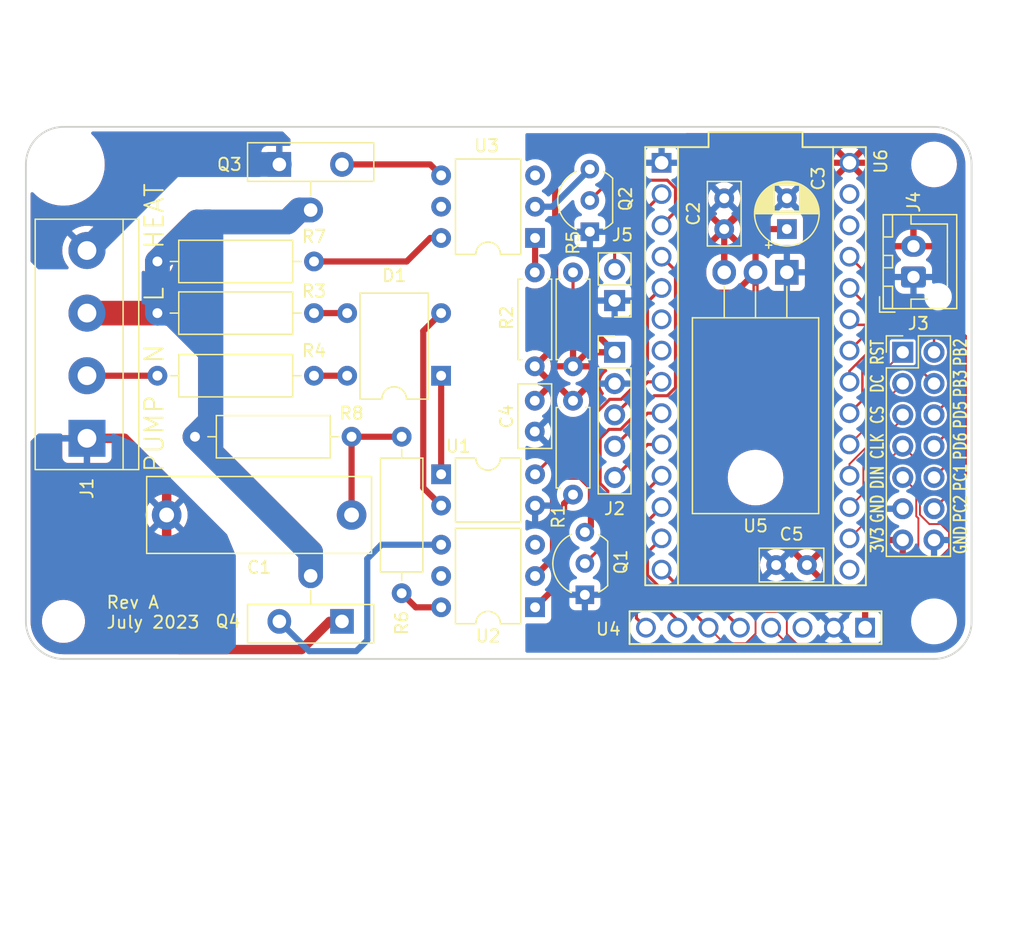
<source format=kicad_pcb>
(kicad_pcb (version 20211014) (generator pcbnew)
  (layers (0 "F.Cu" signal) (31 "B.Cu" signal) (34 "B.Paste" user) (35 "F.Paste" user) (36 "B.SilkS" user "B.Silkscreen") (37 "F.SilkS" user "F.Silkscreen") (38 "B.Mask" user) (39 "F.Mask" user) (44 "Edge.Cuts" user))
  (net 0 "")
  (net 1 "Net-(C1-Pad1)")
  (net 2 "/5V")
  (net 3 "GND")
  (net 4 "/3V3")
  (net 5 "Net-(D1-Pad1)")
  (net 6 "Net-(D1-Pad2)")
  (net 7 "Net-(D1-Pad3)")
  (net 8 "Net-(D1-Pad4)")
  (net 9 "/N")
  (net 10 "/L")
  (net 11 "/SW")
  (net 12 "/SIA")
  (net 13 "/SIB")
  (net 14 "/DIN")
  (net 15 "/CLK")
  (net 16 "/CS_DIS")
  (net 17 "/DC")
  (net 18 "/RST")
  (net 19 "/TRIG2")
  (net 20 "Net-(Q1-Pad3)")
  (net 21 "/TRIG1")
  (net 22 "Net-(Q2-Pad3)")
  (net 23 "Net-(Q3-Pad3)")
  (net 24 "Net-(Q4-Pad3)")
  (net 25 "Net-(R1-Pad2)")
  (net 26 "Net-(R2-Pad2)")
  (net 27 "/ZC")
  (net 28 "Net-(R6-Pad1)")
  (net 29 "Net-(R7-Pad1)")
  (net 35 "Net-(U4-Pad5)")
  (net 36 "Net-(U4-Pad7)")
  (net 37 "Net-(U4-Pad8)")
  (net 40 "/PUMP")
  (net 41 "/HEAT")
  (net 42 "/PANEL")
  (net 46 "/PB3")
  (net 47 "/PB2")
  (net 48 "/PD5")
  (net 49 "/PD6")
  (net 50 "/PC1")
  (net 51 "/PC2")
  (footprint "Resistor_THT:R_Axial_DIN0309_L9.0mm_D3.2mm_P12.70mm_Horizontal" (layer "F.Cu") (at 129.54 75.565)
    (fp_text reference "R3" (at 12.7 -1.778) (layer "F.SilkS"))
    (fp_text value "22K")
    (pad "1" thru_hole circle (at 0 0) (size 1.6 1.6) (drill 0.8) (layers *.Cu *.Mask) (net 10 "/L"))
    (pad "2" thru_hole oval (at 12.7 0) (size 1.6 1.6) (drill 0.8) (layers *.Cu *.Mask) (net 7 "Net-(D1-Pad3)"))
  )
  (footprint "Resistor_THT:R_Axial_DIN0309_L9.0mm_D3.2mm_P12.70mm_Horizontal" (layer "F.Cu") (at 129.54 80.645)
    (fp_text reference "R4" (at 12.7 -2.032) (layer "F.SilkS"))
    (fp_text value "22K")
    (pad "1" thru_hole circle (at 0 0) (size 1.6 1.6) (drill 0.8) (layers *.Cu *.Mask) (net 9 "/N"))
    (pad "2" thru_hole oval (at 12.7 0) (size 1.6 1.6) (drill 0.8) (layers *.Cu *.Mask) (net 8 "Net-(D1-Pad4)"))
  )
  (footprint "Resistor_THT:R_Axial_DIN0207_L6.3mm_D2.5mm_P7.62mm_Horizontal" (layer "F.Cu") (at 163.2512 72.263 -90)
    (fp_text reference "R5" (at -2.413 0 90) (layer "F.SilkS"))
    (fp_text value "10K")
    (pad "1" thru_hole circle (at 0 0 270) (size 1.6 1.6) (drill 0.8) (layers *.Cu *.Mask) (net 27 "/ZC"))
    (pad "2" thru_hole oval (at 7.62 0 270) (size 1.6 1.6) (drill 0.8) (layers *.Cu *.Mask) (net 4 "/3V3"))
  )
  (footprint "Package_TO_SOT_THT:TO-220-3_Horizontal_TabDown" (layer "F.Cu") (at 180.594 72.255 180)
    (fp_text reference "U5" (at 2.54 -20.58) (layer "F.SilkS"))
    (fp_text value "LD1117S33TR_SOT223")
    (pad "" np_thru_hole oval (at 2.54 -16.66 180) (size 3.5 3.5) (drill 3.5) (layers *.Cu *.Mask))
    (pad "1" thru_hole rect (at 0 0 180) (size 1.905 2) (drill 1.1) (layers *.Cu *.Mask) (net 3 "GND"))
    (pad "2" thru_hole oval (at 2.54 0 180) (size 1.905 2) (drill 1.1) (layers *.Cu *.Mask) (net 4 "/3V3"))
    (pad "3" thru_hole oval (at 5.08 0 180) (size 1.905 2) (drill 1.1) (layers *.Cu *.Mask) (net 2 "/5V"))
  )
  (footprint "Capacitor_THT:C_Disc_D5.0mm_W2.5mm_P2.50mm" (layer "F.Cu") (at 160.147 85.177 90)
    (fp_text reference "C4" (at 1.23 -2.286 90) (layer "F.SilkS"))
    (fp_text value "100n")
    (pad "1" thru_hole circle (at 0 0 90) (size 1.6 1.6) (drill 0.8) (layers *.Cu *.Mask) (net 3 "GND"))
    (pad "2" thru_hole circle (at 2.5 0 90) (size 1.6 1.6) (drill 0.8) (layers *.Cu *.Mask) (net 4 "/3V3"))
  )
  (footprint "Diode_THT:Diode_Bridge_DIP-4_W7.62mm_P5.08mm" (layer "F.Cu") (at 152.5524 80.645 180)
    (fp_text reference "D1" (at 3.8 8.128) (layer "F.SilkS"))
    (fp_text value "D_Bridge_+-AA")
    (pad "1" thru_hole rect (at 0 0 180) (size 1.6 1.6) (drill 0.8) (layers *.Cu *.Mask) (net 5 "Net-(D1-Pad1)"))
    (pad "2" thru_hole oval (at 0 5.08 180) (size 1.6 1.6) (drill 0.8) (layers *.Cu *.Mask) (net 6 "Net-(D1-Pad2)"))
    (pad "3" thru_hole oval (at 7.62 5.08 180) (size 1.6 1.6) (drill 0.8) (layers *.Cu *.Mask) (net 7 "Net-(D1-Pad3)"))
    (pad "4" thru_hole oval (at 7.62 0 180) (size 1.6 1.6) (drill 0.8) (layers *.Cu *.Mask) (net 8 "Net-(D1-Pad4)"))
  )
  (footprint "Capacitor_THT:C_Disc_D5.0mm_W2.5mm_P2.50mm" (layer "F.Cu") (at 175.514 68.749113 90)
    (fp_text reference "C2" (at 1.25 -2.5 90) (layer "F.SilkS"))
    (fp_text value "100n")
    (pad "1" thru_hole circle (at 0 0 90) (size 1.6 1.6) (drill 0.8) (layers *.Cu *.Mask) (net 2 "/5V"))
    (pad "2" thru_hole circle (at 2.5 0 90) (size 1.6 1.6) (drill 0.8) (layers *.Cu *.Mask) (net 3 "GND"))
  )
  (footprint "Resistor_THT:R_Axial_DIN0309_L9.0mm_D3.2mm_P12.70mm_Horizontal" (layer "F.Cu") (at 142.24 71.374 180)
    (fp_text reference "R7" (at 0 2.032) (layer "F.SilkS"))
    (fp_text value "360")
    (pad "1" thru_hole circle (at 0 0 180) (size 1.6 1.6) (drill 0.8) (layers *.Cu *.Mask) (net 29 "Net-(R7-Pad1)"))
    (pad "2" thru_hole oval (at 12.7 0 180) (size 1.6 1.6) (drill 0.8) (layers *.Cu *.Mask) (net 10 "/L"))
  )
  (footprint "Package_TO_SOT_THT:TO-92_Inline_Wide" (layer "F.Cu") (at 164.211 98.425 90)
    (fp_text reference "Q1" (at 2.667 2.921 90) (layer "F.SilkS"))
    (fp_text value "2N7000")
    (pad "1" thru_hole rect (at 0 0 90) (size 1.5 1.5) (drill 0.8) (layers *.Cu *.Mask) (net 3 "GND"))
    (pad "2" thru_hole circle (at 2.54 0 90) (size 1.5 1.5) (drill 0.8) (layers *.Cu *.Mask) (net 19 "/TRIG2"))
    (pad "3" thru_hole circle (at 5.08 0 90) (size 1.5 1.5) (drill 0.8) (layers *.Cu *.Mask) (net 20 "Net-(Q1-Pad3)"))
  )
  (footprint "MountingHole:MountingHole_2.7mm_M2.5_ISO7380" (layer "F.Cu") (at 121.92 100.584)
    (fp_text reference "H4" hide)
    (fp_text value "MountingHole")
    (pad "" np_thru_hole circle (at 0 0) (size 2.7 2.7) (drill 2.7) (layers *.Cu *.Mask))
  )
  (footprint "Resistor_THT:R_Axial_DIN0309_L9.0mm_D3.2mm_P12.70mm_Horizontal" (layer "F.Cu") (at 145.288 85.598 180)
    (fp_text reference "R8" (at 0 1.905) (layer "F.SilkS"))
    (fp_text value "680")
    (pad "1" thru_hole circle (at 0 0 180) (size 1.6 1.6) (drill 0.8) (layers *.Cu *.Mask) (net 1 "Net-(C1-Pad1)"))
    (pad "2" thru_hole oval (at 12.7 0 180) (size 1.6 1.6) (drill 0.8) (layers *.Cu *.Mask) (net 10 "/L"))
  )
  (footprint "Package_DIP:DIP-6_W7.62mm" (layer "F.Cu") (at 160.174 69.469 180)
    (fp_text reference "U3" (at 3.927 7.478) (layer "F.SilkS"))
    (fp_text value "MOC3021M")
    (pad "1" thru_hole rect (at 0 0 180) (size 1.6 1.6) (drill 0.8) (layers *.Cu *.Mask) (net 26 "Net-(R2-Pad2)"))
    (pad "2" thru_hole oval (at 0 2.54 180) (size 1.6 1.6) (drill 0.8) (layers *.Cu *.Mask) (net 22 "Net-(Q2-Pad3)"))
    (pad "3" thru_hole oval (at 0 5.08 180) (size 1.6 1.6) (drill 0.8) (layers *.Cu *.Mask))
    (pad "4" thru_hole oval (at 7.62 5.08 180) (size 1.6 1.6) (drill 0.8) (layers *.Cu *.Mask) (net 23 "Net-(Q3-Pad3)"))
    (pad "5" thru_hole oval (at 7.62 2.54 180) (size 1.6 1.6) (drill 0.8) (layers *.Cu *.Mask))
    (pad "6" thru_hole oval (at 7.62 0 180) (size 1.6 1.6) (drill 0.8) (layers *.Cu *.Mask) (net 29 "Net-(R7-Pad1)"))
  )
  (footprint "Local:TO-220-3_Vertical_Heatsink" (layer "F.Cu") (at 139.43 63.5)
    (fp_text reference "Q3" (at -4.048 0) (layer "F.SilkS"))
    (fp_text value "BTA16-800CW")
    (pad "1" thru_hole rect (at 0 0) (size 1.905 2) (drill 1.1) (layers *.Cu *.Mask) (net 41 "/HEAT"))
    (pad "2" thru_hole oval (at 2.54 3.7) (size 1.905 2) (drill 1.1) (layers *.Cu *.Mask) (net 10 "/L"))
    (pad "3" thru_hole oval (at 5.08 0) (size 1.905 2) (drill 1.1) (layers *.Cu *.Mask) (net 23 "Net-(Q3-Pad3)"))
  )
  (footprint "Local:MAX31865 Module" (layer "F.Cu") (at 178.054 101.092 180)
    (fp_text reference "U4" (at 11.938 -0.127) (layer "F.SilkS"))
    (fp_text value "MAX31865")
    (pad "1" thru_hole rect (at -8.89 0 180) (size 1.6 1.6) (drill 1.1) (layers *.Cu *.Mask) (net 4 "/3V3"))
    (pad "2" thru_hole circle (at -6.35 0 180) (size 1.6 1.6) (drill 1.1) (layers *.Cu *.Mask) (net 3 "GND"))
    (pad "3" thru_hole circle (at -3.81 0 180) (size 1.6 1.6) (drill 1.1) (layers *.Cu *.Mask))
    (pad "4" thru_hole circle (at -1.27 0 180) (size 1.6 1.6) (drill 1.1) (layers *.Cu *.Mask) (net 15 "/CLK"))
    (pad "5" thru_hole circle (at 1.27 0 180) (size 1.6 1.6) (drill 1.1) (layers *.Cu *.Mask) (net 35 "Net-(U4-Pad5)"))
    (pad "6" thru_hole circle (at 3.81 0 180) (size 1.6 1.6) (drill 1.1) (layers *.Cu *.Mask) (net 14 "/DIN"))
    (pad "7" thru_hole circle (at 6.35 0 180) (size 1.6 1.6) (drill 1.1) (layers *.Cu *.Mask) (net 36 "Net-(U4-Pad7)"))
    (pad "8" thru_hole circle (at 8.89 0 180) (size 1.6 1.6) (drill 1.1) (layers *.Cu *.Mask) (net 37 "Net-(U4-Pad8)"))
  )
  (footprint "MountingHole:MountingHole_2.7mm_M2.5_ISO7380" (layer "F.Cu") (at 192.532 63.5)
    (fp_text reference "H1" hide)
    (fp_text value "MountingHole")
    (pad "" np_thru_hole circle (at 0 0) (size 2.7 2.7) (drill 2.7) (layers *.Cu *.Mask))
  )
  (footprint "Connector_JST:JST_XH_B2B-XH-AM_1x02_P2.50mm_Vertical" (layer "F.Cu") (at 190.864 72.635 90)
    (fp_text reference "J4" (at 6.087 0.017 90) (layer "F.SilkS"))
    (fp_text value "Conn_01x02_Male")
    (pad "" np_thru_hole circle (at -1.6 2 90) (size 1.2 1.2) (drill 1.2) (layers *.Cu *.Mask))
    (pad "1" thru_hole roundrect (at 0 0 90) (size 1.7 2) (drill 1) (layers *.Cu *.Mask) (roundrect_rratio 0.1470588235) (net 3 "GND"))
    (pad "2" thru_hole oval (at 2.5 0 90) (size 1.7 2) (drill 1) (layers *.Cu *.Mask) (net 2 "/5V"))
  )
  (footprint "Resistor_THT:R_Axial_DIN0207_L6.3mm_D2.5mm_P7.62mm_Horizontal" (layer "F.Cu") (at 160.147 79.883 90)
    (fp_text reference "R2" (at 3.937 -2.286 90) (layer "F.SilkS"))
    (fp_text value "82")
    (pad "1" thru_hole circle (at 0 0 90) (size 1.6 1.6) (drill 0.8) (layers *.Cu *.Mask) (net 4 "/3V3"))
    (pad "2" thru_hole oval (at 7.62 0 90) (size 1.6 1.6) (drill 0.8) (layers *.Cu *.Mask) (net 26 "Net-(R2-Pad2)"))
  )
  (footprint "Connector_PinHeader_2.54mm:PinHeader_1x05_P2.54mm_Vertical" (layer "F.Cu") (at 166.624 78.745)
    (fp_text reference "J2" (at 0 12.695) (layer "F.SilkS"))
    (fp_text value "Conn_01x05_Male")
    (pad "1" thru_hole rect (at 0 0) (size 1.7 1.7) (drill 1) (layers *.Cu *.Mask) (net 4 "/3V3"))
    (pad "2" thru_hole oval (at 0 2.54) (size 1.7 1.7) (drill 1) (layers *.Cu *.Mask) (net 3 "GND") (clearance 0.3))
    (pad "3" thru_hole oval (at 0 5.08) (size 1.7 1.7) (drill 1) (layers *.Cu *.Mask) (net 11 "/SW"))
    (pad "4" thru_hole oval (at 0 7.62) (size 1.7 1.7) (drill 1) (layers *.Cu *.Mask) (net 12 "/SIA"))
    (pad "5" thru_hole oval (at 0 10.16) (size 1.7 1.7) (drill 1) (layers *.Cu *.Mask) (net 13 "/SIB"))
  )
  (footprint "Connector_PinHeader_2.54mm:PinHeader_1x02_P2.54mm_Vertical" (layer "F.Cu") (at 166.624 74.549 180)
    (fp_text reference "J5" (at -0.635 5.334) (layer "F.SilkS"))
    (fp_text value "Conn_01x02_Male")
    (pad "1" thru_hole rect (at 0 0 180) (size 1.7 1.7) (drill 1) (layers *.Cu *.Mask) (net 3 "GND"))
    (pad "2" thru_hole oval (at 0 2.54 180) (size 1.7 1.7) (drill 1) (layers *.Cu *.Mask) (net 42 "/PANEL"))
  )
  (footprint "Resistor_THT:R_Axial_DIN0309_L9.0mm_D3.2mm_P12.70mm_Horizontal" (layer "F.Cu") (at 149.352 98.298 90)
    (fp_text reference "R6" (at -2.413 0 90) (layer "F.SilkS"))
    (fp_text value "360")
    (pad "1" thru_hole circle (at 0 0 90) (size 1.6 1.6) (drill 0.8) (layers *.Cu *.Mask) (net 28 "Net-(R6-Pad1)"))
    (pad "2" thru_hole oval (at 12.7 0 90) (size 1.6 1.6) (drill 0.8) (layers *.Cu *.Mask) (net 1 "Net-(C1-Pad1)"))
  )
  (footprint "Package_DIP:DIP-6_W7.62mm" (layer "F.Cu") (at 160.174 99.441 180)
    (fp_text reference "U2" (at 3.81 -2.33) (layer "F.SilkS"))
    (fp_text value "MOC3021M")
    (pad "1" thru_hole rect (at 0 0 180) (size 1.6 1.6) (drill 0.8) (layers *.Cu *.Mask) (net 25 "Net-(R1-Pad2)"))
    (pad "2" thru_hole oval (at 0 2.54 180) (size 1.6 1.6) (drill 0.8) (layers *.Cu *.Mask) (net 20 "Net-(Q1-Pad3)"))
    (pad "3" thru_hole oval (at 0 5.08 180) (size 1.6 1.6) (drill 0.8) (layers *.Cu *.Mask))
    (pad "4" thru_hole oval (at 7.62 5.08 180) (size 1.6 1.6) (drill 0.8) (layers *.Cu *.Mask) (net 24 "Net-(Q4-Pad3)"))
    (pad "5" thru_hole oval (at 7.62 2.54 180) (size 1.6 1.6) (drill 0.8) (layers *.Cu *.Mask))
    (pad "6" thru_hole oval (at 7.62 0 180) (size 1.6 1.6) (drill 0.8) (layers *.Cu *.Mask) (net 28 "Net-(R6-Pad1)"))
  )
  (footprint "MountingHole:MountingHole_2.7mm_M2.5_ISO7380" (layer "F.Cu") (at 192.532 100.584)
    (fp_text reference "H2" hide)
    (fp_text value "MountingHole")
    (pad "" np_thru_hole circle (at 0 0) (size 2.7 2.7) (drill 2.7) (layers *.Cu *.Mask))
  )
  (footprint "Package_DIP:DIP-4_W7.62mm" (layer "F.Cu") (at 152.554 88.646)
    (fp_text reference "U1" (at 1.387 -2.281) (layer "F.SilkS"))
    (fp_text value "EL817")
    (pad "1" thru_hole rect (at 0 0) (size 1.6 1.6) (drill 0.8) (layers *.Cu *.Mask) (net 5 "Net-(D1-Pad1)"))
    (pad "2" thru_hole oval (at 0 2.54) (size 1.6 1.6) (drill 0.8) (layers *.Cu *.Mask) (net 6 "Net-(D1-Pad2)"))
    (pad "3" thru_hole oval (at 7.62 2.54) (size 1.6 1.6) (drill 0.8) (layers *.Cu *.Mask) (net 3 "GND"))
    (pad "4" thru_hole oval (at 7.62 0) (size 1.6 1.6) (drill 0.8) (layers *.Cu *.Mask) (net 27 "/ZC"))
  )
  (footprint "Local:TO-220-3_Vertical_Heatsink" (layer "F.Cu") (at 144.51 100.584 180)
    (fp_text reference "Q4" (at 9.255 0) (layer "F.SilkS"))
    (fp_text value "BTA16-800CW")
    (pad "1" thru_hole rect (at 0 0 180) (size 1.905 2) (drill 1.1) (layers *.Cu *.Mask) (net 40 "/PUMP"))
    (pad "2" thru_hole oval (at 2.54 3.7 180) (size 1.905 2) (drill 1.1) (layers *.Cu *.Mask) (net 10 "/L"))
    (pad "3" thru_hole oval (at 5.08 0 180) (size 1.905 2) (drill 1.1) (layers *.Cu *.Mask) (net 24 "Net-(Q4-Pad3)"))
  )
  (footprint "Capacitor_THT:C_Disc_D5.0mm_W2.5mm_P2.50mm" (layer "F.Cu") (at 179.725 96.012)
    (fp_text reference "C5" (at 1.25 -2.5) (layer "F.SilkS"))
    (fp_text value "100n")
    (pad "1" thru_hole circle (at 0 0) (size 1.6 1.6) (drill 0.8) (layers *.Cu *.Mask) (net 3 "GND"))
    (pad "2" thru_hole circle (at 2.5 0) (size 1.6 1.6) (drill 0.8) (layers *.Cu *.Mask) (net 4 "/3V3"))
  )
  (footprint "Capacitor_THT:CP_Radial_D5.0mm_P2.50mm" (layer "F.Cu") (at 180.594 68.745791 90)
    (fp_text reference "C3" (at 4.102791 2.54 90) (layer "F.SilkS"))
    (fp_text value "10u")
    (pad "1" thru_hole rect (at 0 0 90) (size 1.6 1.6) (drill 0.8) (layers *.Cu *.Mask) (net 4 "/3V3"))
    (pad "2" thru_hole circle (at 2.5 0 90) (size 1.6 1.6) (drill 0.8) (layers *.Cu *.Mask) (net 3 "GND"))
  )
  (footprint "Connector_PinHeader_2.54mm:PinHeader_2x07_P2.54mm_Vertical" (layer "F.Cu") (at 189.992 78.74)
    (fp_text reference "J3" (at 1.27 -2.33) (layer "F.SilkS"))
    (fp_text value "Conn_02x07_Odd_Even")
    (pad "1" thru_hole rect (at 0 0) (size 1.7 1.7) (drill 1) (layers *.Cu *.Mask) (net 18 "/RST"))
    (pad "2" thru_hole oval (at 2.54 0) (size 1.7 1.7) (drill 1) (layers *.Cu *.Mask) (net 47 "/PB2"))
    (pad "3" thru_hole oval (at 0 2.54) (size 1.7 1.7) (drill 1) (layers *.Cu *.Mask) (net 17 "/DC"))
    (pad "4" thru_hole oval (at 2.54 2.54) (size 1.7 1.7) (drill 1) (layers *.Cu *.Mask) (net 46 "/PB3"))
    (pad "5" thru_hole oval (at 0 5.08) (size 1.7 1.7) (drill 1) (layers *.Cu *.Mask) (net 16 "/CS_DIS"))
    (pad "6" thru_hole oval (at 2.54 5.08) (size 1.7 1.7) (drill 1) (layers *.Cu *.Mask) (net 48 "/PD5"))
    (pad "7" thru_hole oval (at 0 7.62) (size 1.7 1.7) (drill 1) (layers *.Cu *.Mask) (net 15 "/CLK"))
    (pad "8" thru_hole oval (at 2.54 7.62) (size 1.7 1.7) (drill 1) (layers *.Cu *.Mask) (net 49 "/PD6"))
    (pad "9" thru_hole oval (at 0 10.16) (size 1.7 1.7) (drill 1) (layers *.Cu *.Mask) (net 14 "/DIN"))
    (pad "10" thru_hole oval (at 2.54 10.16) (size 1.7 1.7) (drill 1) (layers *.Cu *.Mask) (net 50 "/PC1"))
    (pad "11" thru_hole oval (at 0 12.7) (size 1.7 1.7) (drill 1) (layers *.Cu *.Mask) (net 3 "GND") (clearance 0.15))
    (pad "12" thru_hole oval (at 2.54 12.7) (size 1.7 1.7) (drill 1) (layers *.Cu *.Mask) (net 51 "/PC2"))
    (pad "13" thru_hole oval (at 0 15.24) (size 1.7 1.7) (drill 1) (layers *.Cu *.Mask) (net 4 "/3V3"))
    (pad "14" thru_hole oval (at 2.54 15.24) (size 1.7 1.7) (drill 1) (layers *.Cu *.Mask) (net 3 "GND"))
  )
  (footprint "Package_TO_SOT_THT:TO-92_Inline_Wide" (layer "F.Cu") (at 164.613 68.961 90)
    (fp_text reference "Q2" (at 2.667 2.9 90) (layer "F.SilkS"))
    (fp_text value "2N7000")
    (pad "1" thru_hole rect (at 0 0 90) (size 1.5 1.5) (drill 0.8) (layers *.Cu *.Mask) (net 3 "GND"))
    (pad "2" thru_hole circle (at 2.54 0 90) (size 1.5 1.5) (drill 0.8) (layers *.Cu *.Mask) (net 21 "/TRIG1"))
    (pad "3" thru_hole circle (at 5.08 0 90) (size 1.5 1.5) (drill 0.8) (layers *.Cu *.Mask) (net 22 "Net-(Q2-Pad3)"))
  )
  (footprint "Local:Teensy31" (layer "F.Cu") (at 178.054 79.875 -90)
    (fp_text reference "U6" (at -16.629 -10.16 90) (layer "F.SilkS"))
    (fp_text value "Teensy3.1")
    (pad "1" thru_hole rect (at -16.51 7.62 270) (size 1.6 1.6) (drill 1.1) (layers *.Cu *.Mask) (net 3 "GND"))
    (pad "2" thru_hole circle (at -13.97 7.62 270) (size 1.6 1.6) (drill 1.1) (layers *.Cu *.Mask) (net 42 "/PANEL"))
    (pad "3" thru_hole circle (at -11.43 7.62 270) (size 1.6 1.6) (drill 1.1) (layers *.Cu *.Mask) (net 21 "/TRIG1"))
    (pad "4" thru_hole circle (at -8.89 7.62 270) (size 1.6 1.6) (drill 1.1) (layers *.Cu *.Mask) (net 19 "/TRIG2"))
    (pad "5" thru_hole circle (at -6.35 7.62 270) (size 1.6 1.6) (drill 1.1) (layers *.Cu *.Mask) (net 27 "/ZC"))
    (pad "6" thru_hole circle (at -3.81 7.62 270) (size 1.6 1.6) (drill 1.1) (layers *.Cu *.Mask))
    (pad "7" thru_hole circle (at -1.27 7.62 270) (size 1.6 1.6) (drill 1.1) (layers *.Cu *.Mask))
    (pad "8" thru_hole circle (at 1.27 7.62 270) (size 1.6 1.6) (drill 1.1) (layers *.Cu *.Mask) (net 11 "/SW"))
    (pad "9" thru_hole circle (at 3.81 7.62 270) (size 1.6 1.6) (drill 1.1) (layers *.Cu *.Mask) (net 12 "/SIA"))
    (pad "10" thru_hole circle (at 6.35 7.62 270) (size 1.6 1.6) (drill 1.1) (layers *.Cu *.Mask) (net 13 "/SIB"))
    (pad "11" thru_hole circle (at 8.89 7.62 270) (size 1.6 1.6) (drill 1.1) (layers *.Cu *.Mask) (net 37 "Net-(U4-Pad8)"))
    (pad "12" thru_hole circle (at 11.43 7.62 270) (size 1.6 1.6) (drill 1.1) (layers *.Cu *.Mask) (net 36 "Net-(U4-Pad7)"))
    (pad "13" thru_hole circle (at 13.97 7.62 270) (size 1.6 1.6) (drill 1.1) (layers *.Cu *.Mask) (net 14 "/DIN"))
    (pad "14" thru_hole circle (at 16.51 7.62 270) (size 1.6 1.6) (drill 1.1) (layers *.Cu *.Mask) (net 35 "Net-(U4-Pad5)"))
    (pad "15" thru_hole circle (at 16.51 -7.62 270) (size 1.6 1.6) (drill 1.1) (layers *.Cu *.Mask))
    (pad "16" thru_hole circle (at 13.97 -7.62 270) (size 1.6 1.6) (drill 1.1) (layers *.Cu *.Mask) (net 15 "/CLK"))
    (pad "17" thru_hole circle (at 11.43 -7.62 270) (size 1.6 1.6) (drill 1.1) (layers *.Cu *.Mask) (net 16 "/CS_DIS"))
    (pad "18" thru_hole circle (at 8.89 -7.62 270) (size 1.6 1.6) (drill 1.1) (layers *.Cu *.Mask) (net 17 "/DC"))
    (pad "19" thru_hole circle (at 6.35 -7.62 270) (size 1.6 1.6) (drill 1.1) (layers *.Cu *.Mask) (net 18 "/RST"))
    (pad "20" thru_hole circle (at 3.81 -7.62 270) (size 1.6 1.6) (drill 1.1) (layers *.Cu *.Mask) (net 46 "/PB3"))
    (pad "21" thru_hole circle (at 1.27 -7.62 270) (size 1.6 1.6) (drill 1.1) (layers *.Cu *.Mask) (net 47 "/PB2"))
    (pad "22" thru_hole circle (at -1.27 -7.62 270) (size 1.6 1.6) (drill 1.1) (layers *.Cu *.Mask) (net 48 "/PD5"))
    (pad "23" thru_hole circle (at -3.81 -7.62 270) (size 1.6 1.6) (drill 1.1) (layers *.Cu *.Mask) (net 49 "/PD6"))
    (pad "24" thru_hole circle (at -6.35 -7.62 270) (size 1.6 1.6) (drill 1.1) (layers *.Cu *.Mask) (net 50 "/PC1"))
    (pad "25" thru_hole circle (at -8.89 -7.62 270) (size 1.6 1.6) (drill 1.1) (layers *.Cu *.Mask) (net 51 "/PC2"))
    (pad "26" thru_hole circle (at -11.43 -7.62 270) (size 1.6 1.6) (drill 1.1) (layers *.Cu *.Mask))
    (pad "27" thru_hole circle (at -13.97 -7.62 270) (size 1.6 1.6) (drill 1.1) (layers *.Cu *.Mask))
    (pad "28" thru_hole circle (at -16.51 -7.62 270) (size 1.6 1.6) (drill 1.1) (layers *.Cu *.Mask) (net 2 "/5V"))
  )
  (footprint "Capacitor_THT:C_Rect_L18.0mm_W6.0mm_P15.00mm_FKS3_FKP3" (layer "F.Cu") (at 145.288 91.948 180)
    (fp_text reference "C1" (at 7.5 -4.25) (layer "F.SilkS"))
    (fp_text value "100n")
    (pad "1" thru_hole circle (at 0 0 180) (size 2.4 2.4) (drill 1.2) (layers *.Cu *.Mask) (net 1 "Net-(C1-Pad1)"))
    (pad "2" thru_hole circle (at 15 0 180) (size 2.4 2.4) (drill 1.2) (layers *.Cu *.Mask) (net 40 "/PUMP"))
  )
  (footprint "Local:TerminalBlock-4_P5.08mm" (layer "F.Cu") (at 123.825 85.725 90)
    (fp_text reference "J1" (at -4.064 0 90) (layer "F.SilkS"))
    (fp_text value "Conn_01x04_Male")
    (pad "1" thru_hole rect (at 0 0 90) (size 3 3) (drill 1.52) (layers *.Cu *.Mask) (net 40 "/PUMP"))
    (pad "2" thru_hole circle (at 5.08 0 90) (size 3 3) (drill 1.52) (layers *.Cu *.Mask) (net 9 "/N"))
    (pad "3" thru_hole circle (at 10.16 0 90) (size 3 3) (drill 1.52) (layers *.Cu *.Mask) (net 10 "/L"))
    (pad "4" thru_hole circle (at 15.24 0 90) (size 3 3) (drill 1.52) (layers *.Cu *.Mask) (net 41 "/HEAT"))
  )
  (footprint "Resistor_THT:R_Axial_DIN0207_L6.3mm_D2.5mm_P7.62mm_Horizontal" (layer "F.Cu") (at 163.2512 82.677 -90)
    (fp_text reference "R1" (at 9.398 1.1992 90) (layer "F.SilkS"))
    (fp_text value "82")
    (pad "1" thru_hole circle (at 0 0 270) (size 1.6 1.6) (drill 0.8) (layers *.Cu *.Mask) (net 4 "/3V3"))
    (pad "2" thru_hole oval (at 7.62 0 270) (size 1.6 1.6) (drill 0.8) (layers *.Cu *.Mask) (net 25 "Net-(R1-Pad2)"))
  )
  (footprint "MountingHole:MountingHole_2.7mm_M2.5_ISO7380" (layer "F.Cu") (at 121.92 63.5)
    (fp_text reference "H3" hide)
    (fp_text value "MountingHole")
    (pad "" np_thru_hole circle (at 0 0) (size 2.7 2.7) (drill 2.7) (layers *.Cu *.Mask))
  )
  (gr_arc (start 121.92 103.632) (mid 119.764739 102.739261) (end 118.872 100.584) (layer "Edge.Cuts") (width 0.15))
  (gr_line (start 192.532 60.452) (end 121.92 60.452) (layer "Edge.Cuts") (width 0.15))
  (gr_arc (start 118.872 63.5) (mid 119.764739 61.344739) (end 121.92 60.452) (layer "Edge.Cuts") (width 0.15))
  (gr_arc (start 192.532 60.452) (mid 194.687261 61.344739) (end 195.58 63.5) (layer "Edge.Cuts") (width 0.15))
  (gr_line (start 121.92 103.632) (end 192.532 103.632) (layer "Edge.Cuts") (width 0.15))
  (gr_arc (start 195.58 100.584) (mid 194.687261 102.739261) (end 192.532 103.632) (layer "Edge.Cuts") (width 0.15))
  (gr_line (start 195.58 100.584) (end 195.58 63.5) (layer "Edge.Cuts") (width 0.15))
  (gr_line (start 118.872 63.5) (end 118.872 100.584) (layer "Edge.Cuts") (width 0.15))
  (gr_text "HEAT" (at 129.286 67.691 90) (layer "F.SilkS") (effects (font (size 1.5 1.5))))
  (gr_text "CS" (at 187.9346 83.82 90) (layer "F.SilkS") (effects (font (size 1 0.75))))
  (gr_text "RST" (at 187.9346 78.74 90) (layer "F.SilkS") (effects (font (size 1 0.75))))
  (gr_text "DC" (at 187.9346 81.28 90) (layer "F.SilkS") (effects (font (size 1 0.75))))
  (gr_text "PUMP" (at 129.286 85.344 90) (layer "F.SilkS") (effects (font (size 1.5 1.5))))
  (gr_text "PD5" (at 194.6688 83.82 90) (layer "F.SilkS") (effects (font (size 1 0.75))))
  (gr_text "Rev A\nJuly 2023" (at 125.3236 99.8474) (layer "F.SilkS") (effects (font (size 1 1)) (justify left)))
  (gr_text "GND" (at 194.6688 93.98 90) (layer "F.SilkS") (effects (font (size 1 0.75))))
  (gr_text "PB3" (at 194.6688 81.28 90) (layer "F.SilkS") (effects (font (size 1 0.75))))
  (gr_text "PC1" (at 194.6688 88.9 90) (layer "F.SilkS") (effects (font (size 1 0.75))))
  (gr_text "PB2" (at 194.6688 78.74 90) (layer "F.SilkS") (effects (font (size 1 0.75))))
  (gr_text "N" (at 129.286 78.867 90) (layer "F.SilkS") (effects (font (size 1.5 1.5))))
  (gr_text "PD6" (at 194.6688 86.36 90) (layer "F.SilkS") (effects (font (size 1 0.75))))
  (gr_text "3V3" (at 187.9346 93.98 90) (layer "F.SilkS") (effects (font (size 1 0.75))))
  (gr_text "L" (at 129.286 74.041 90) (layer "F.SilkS") (effects (font (size 1.5 1.5))))
  (gr_text "GND" (at 187.9346 91.44 90) (layer "F.SilkS") (effects (font (size 1 0.75))))
  (gr_text "PC2" (at 194.6688 91.44 90) (layer "F.SilkS") (effects (font (size 1 0.75))))
  (gr_text "DIN" (at 187.9346 88.9 90) (layer "F.SilkS") (effects (font (size 1 0.75))))
  (gr_text "CLK" (at 187.9346 86.36 90) (layer "F.SilkS") (effects (font (size 1 0.75))))
  (segment (start 145.288 85.598) (end 145.288 91.948) (width 0.5) (layer "F.Cu") (net 1))
  (segment (start 145.288 85.598) (end 149.352 85.598) (width 0.5) (layer "F.Cu") (net 1))
  (segment (start 175.514 72.255) (end 175.514 68.749113) (width 0.5) (layer "F.Cu") (net 2))
  (segment (start 175.514 68.749113) (end 175.514 68.58) (width 0.5) (layer "F.Cu") (net 2))
  (segment (start 188.079 63.365) (end 185.674 63.365) (width 0.5) (layer "F.Cu") (net 2))
  (segment (start 190.864 66.15) (end 188.079 63.365) (width 0.5) (layer "F.Cu") (net 2))
  (segment (start 180.729 63.365) (end 185.674 63.365) (width 0.5) (layer "F.Cu") (net 2))
  (segment (start 175.514 68.58) (end 180.729 63.365) (width 0.5) (layer "F.Cu") (net 2))
  (segment (start 190.864 70.135) (end 190.864 66.15) (width 0.5) (layer "F.Cu") (net 2))
  (segment (start 166.624 78.745) (end 164.57839 78.745) (width 0.5) (layer "F.Cu") (net 4))
  (segment (start 179.150209 68.745791) (end 180.594 68.745791) (width 0.5) (layer "F.Cu") (net 4))
  (segment (start 172.847 72.136) (end 172.847 62.878) (width 0.5) (layer "F.Cu") (net 4))
  (segment (start 178.054 72.255) (end 178.054 69.842) (width 0.5) (layer "F.Cu") (net 4))
  (segment (start 161.8012 63.8928) (end 161.8012 73.9222) (width 0.5) (layer "F.Cu") (net 4))
  (segment (start 163.2512 79.883) (end 164.3892 78.745) (width 0.5) (layer "F.Cu") (net 4))
  (segment (start 178.054 72.255) (end 176.404 73.905) (width 0.5) (layer "F.Cu") (net 4))
  (segment (start 171.818 61.849) (end 163.845 61.849) (width 0.5) (layer "F.Cu") (net 4))
  (segment (start 178.054 69.842) (end 179.150209 68.745791) (width 0.5) (layer "F.Cu") (net 4))
  (segment (start 164.3892 78.745) (end 164.57839 78.745) (width 0.5) (layer "F.Cu") (net 4))
  (segment (start 174.616 73.905) (end 172.847 72.136) (width 0.5) (layer "F.Cu") (net 4))
  (segment (start 163.845 61.849) (end 161.8012 63.8928) (width 0.5) (layer "F.Cu") (net 4))
  (segment (start 161.8012 73.9222) (end 166.624 78.745) (width 0.5) (layer "F.Cu") (net 4))
  (segment (start 176.404 73.905) (end 174.616 73.905) (width 0.5) (layer "F.Cu") (net 4))
  (segment (start 172.847 62.878) (end 171.818 61.849) (width 0.5) (layer "F.Cu") (net 4))
  (segment (start 152.554 80.6466) (end 152.5524 80.645) (width 0.5) (layer "F.Cu") (net 5))
  (segment (start 152.554 88.646) (end 152.554 80.6466) (width 0.5) (layer "F.Cu") (net 5))
  (segment (start 151.1024 89.7344) (end 151.1024 77.015) (width 0.5) (layer "F.Cu") (net 6))
  (segment (start 152.554 91.186) (end 151.1024 89.7344) (width 0.5) (layer "F.Cu") (net 6))
  (segment (start 151.1024 77.015) (end 152.5524 75.565) (width 0.5) (layer "F.Cu") (net 6))
  (segment (start 142.24 75.565) (end 144.9324 75.565) (width 0.5) (layer "F.Cu") (net 7))
  (segment (start 142.24 80.645) (end 144.9324 80.645) (width 0.5) (layer "F.Cu") (net 8))
  (segment (start 123.825 80.645) (end 129.54 80.645) (width 0.5) (layer "F.Cu") (net 9))
  (segment (start 129.54 75.565) (end 129.54 71.374) (width 2) (layer "F.Cu") (net 10))
  (segment (start 133.858 78.75163) (end 133.858 84.328) (width 2) (layer "F.Cu") (net 10))
  (segment (start 129.54 71.374) (end 132.7404 68.1736) (width 2) (layer "F.Cu") (net 10))
  (segment (start 140.066388 68.1736) (end 141.039988 67.2) (width 2) (layer "F.Cu") (net 10))
  (segment (start 141.039988 67.2) (end 141.97 67.2) (width 2) (layer "F.Cu") (net 10))
  (segment (start 123.825 75.565) (end 129.54 75.565) (width 2) (layer "F.Cu") (net 10))
  (segment (start 130.67137 75.565) (end 133.858 78.75163) (width 2) (layer "F.Cu") (net 10))
  (segment (start 141.97 94.98) (end 132.588 85.598) (width 2) (layer "F.Cu") (net 10))
  (segment (start 141.97 96.884) (end 141.97 94.98) (width 2) (layer "F.Cu") (net 10))
  (segment (start 132.7404 68.1736) (end 140.066388 68.1736) (width 2) (layer "F.Cu") (net 10))
  (segment (start 133.858 84.328) (end 132.588 85.598) (width 2) (layer "F.Cu") (net 10))
  (segment (start 129.54 75.565) (end 130.67137 75.565) (width 2) (layer "F.Cu") (net 10))
  (segment (start 130.67137 75.565) (end 129.54 75.565) (width 2) (layer "B.Cu") (net 10))
  (segment (start 141.97 67.2) (end 141.039988 67.2) (width 2) (layer "B.Cu") (net 10))
  (segment (start 133.858 84.328) (end 133.858 78.75163) (width 2) (layer "B.Cu") (net 10))
  (segment (start 141.97 94.98) (end 132.588 85.598) (width 2) (layer "B.Cu") (net 10))
  (segment (start 129.54 75.565) (end 129.54 71.374) (width 2) (layer "B.Cu") (net 10))
  (segment (start 140.066388 68.1736) (end 132.7404 68.1736) (width 2) (layer "B.Cu") (net 10))
  (segment (start 132.588 85.598) (end 133.858 84.328) (width 2) (layer "B.Cu") (net 10))
  (segment (start 141.97 96.884) (end 141.97 94.98) (width 2) (layer "B.Cu") (net 10))
  (segment (start 133.858 78.75163) (end 130.67137 75.565) (width 2) (layer "B.Cu") (net 10))
  (segment (start 132.7404 68.1736) (end 129.54 71.374) (width 2) (layer "B.Cu") (net 10))
  (segment (start 141.039988 67.2) (end 140.066388 68.1736) (width 2) (layer "B.Cu") (net 10))
  (segment (start 169.304 81.145) (end 170.434 81.145) (width 0.25) (layer "F.Cu") (net 11))
  (segment (start 166.624 83.825) (end 169.304 81.145) (width 0.25) (layer "F.Cu") (net 11))
  (segment (start 166.624 86.365) (end 169.304 83.685) (width 0.25) (layer "F.Cu") (net 12))
  (segment (start 169.304 83.685) (end 170.434 83.685) (width 0.25) (layer "F.Cu") (net 12))
  (segment (start 166.624 88.905) (end 169.304 86.225) (width 0.25) (layer "F.Cu") (net 13))
  (segment (start 169.304 86.225) (end 170.434 86.225) (width 0.25) (layer "F.Cu") (net 13))
  (segment (start 172.661501 99.509501) (end 171.96751 99.509501) (width 0.25) (layer "F.Cu") (net 14))
  (segment (start 191.089499 92.048048) (end 191.089499 89.997499) (width 0.15) (layer "F.Cu") (net 14))
  (segment (start 191.089499 89.997499) (end 189.992 88.9) (width 0.15) (layer "F.Cu") (net 14))
  (segment (start 175.514 102.362) (end 177.261995 102.362) (width 0.15) (layer "F.Cu") (net 14))
  (segment (start 188.722 99.220496) (end 191.262 96.680496) (width 0.15) (layer "F.Cu") (net 14))
  (segment (start 171.96751 99.509501) (end 169.291 96.832991) (width 0.25) (layer "F.Cu") (net 14))
  (segment (start 180.594 101.6) (end 181.411 102.417) (width 0.15) (layer "F.Cu") (net 14))
  (segment (start 177.261995 102.362) (end 178.054 101.569995) (width 0.15) (layer "F.Cu") (net 14))
  (segment (start 174.244 101.092) (end 172.661501 99.509501) (width 0.25) (layer "F.Cu") (net 14))
  (segment (start 191.262 92.220549) (end 191.089499 92.048048) (width 0.15) (layer "F.Cu") (net 14))
  (segment (start 169.291 94.988) (end 170.434 93.845) (width 0.25) (layer "F.Cu") (net 14))
  (segment (start 178.054 101.569995) (end 178.054 100.33) (width 0.15) (layer "F.Cu") (net 14))
  (segment (start 188.722 101.811442) (end 188.722 99.220496) (width 0.15) (layer "F.Cu") (net 14))
  (segment (start 188.116442 102.417) (end 188.722 101.811442) (width 0.15) (layer "F.Cu") (net 14))
  (segment (start 180.594 100.33) (end 180.594 101.6) (width 0.15) (layer "F.Cu") (net 14))
  (segment (start 180.086 99.822) (end 180.594 100.33) (width 0.15) (layer "F.Cu") (net 14))
  (segment (start 191.262 96.680496) (end 191.262 92.220549) (width 0.15) (layer "F.Cu") (net 14))
  (segment (start 178.562 99.822) (end 180.086 99.822) (width 0.15) (layer "F.Cu") (net 14))
  (segment (start 174.244 101.092) (end 175.514 102.362) (width 0.15) (layer "F.Cu") (net 14))
  (segment (start 181.411 102.417) (end 188.116442 102.417) (width 0.15) (layer "F.Cu") (net 14))
  (segment (start 178.054 100.33) (end 178.562 99.822) (width 0.15) (layer "F.Cu") (net 14))
  (segment (start 169.291 96.832991) (end 169.291 94.988) (width 0.25) (layer "F.Cu") (net 14))
  (segment (start 187.248501 89.103499) (end 189.992 86.36) (width 0.15) (layer "F.Cu") (net 15))
  (segment (start 180.975 102.743) (end 179.324 101.092) (width 0.15) (layer "F.Cu") (net 15))
  (segment (start 189.992 86.36) (end 191.389 87.757) (width 0.15) (layer "F.Cu") (net 15))
  (segment (start 193.081591 92.6846) (end 193.7512 93.354209) (width 0.15) (layer "F.Cu") (net 15))
  (segment (start 191.389 87.757) (end 191.389 91.923991) (width 0.15) (layer "F.Cu") (net 15))
  (segment (start 188.214 102.743) (end 180.975 102.743) (width 0.15) (layer "F.Cu") (net 15))
  (segment (start 193.7512 94.6658) (end 189.021501 99.395499) (width 0.15) (layer "F.Cu") (net 15))
  (segment (start 191.389 91.923991) (end 192.149609 92.6846) (width 0.15) (layer "F.Cu") (net 15))
  (segment (start 192.149609 92.6846) (end 193.081591 92.6846) (width 0.15) (layer "F.Cu") (net 15))
  (segment (start 193.7512 93.354209) (end 193.7512 94.6658) (width 0.15) (layer "F.Cu") (net 15))
  (segment (start 189.021501 101.935499) (end 188.214 102.743) (width 0.15) (layer "F.Cu") (net 15))
  (segment (start 187.248501 92.270499) (end 187.248501 89.103499) (width 0.15) (layer "F.Cu") (net 15))
  (segment (start 185.674 93.845) (end 187.248501 92.270499) (width 0.15) (layer "F.Cu") (net 15))
  (segment (start 189.021501 99.395499) (end 189.021501 101.935499) (width 0.15) (layer "F.Cu") (net 15))
  (segment (start 190.246 83.879681) (end 190.246 83.82) (width 0.15) (layer "F.Cu") (net 16))
  (segment (start 186.799 87.326681) (end 190.246 83.879681) (width 0.15) (layer "F.Cu") (net 16))
  (segment (start 186.799 90.18) (end 186.799 87.326681) (width 0.15) (layer "F.Cu") (net 16))
  (segment (start 185.674 91.305) (end 186.799 90.18) (width 0.15) (layer "F.Cu") (net 16))
  (segment (start 185.674 88.765) (end 185.674 87.815991) (width 0.15) (layer "F.Cu") (net 17))
  (segment (start 185.674 87.815991) (end 188.7728 84.717191) (width 0.15) (layer "F.Cu") (net 17))
  (segment (start 188.7728 84.717191) (end 188.7728 82.4992) (width 0.15) (layer "F.Cu") (net 17))
  (segment (start 188.7728 82.4992) (end 189.992 81.28) (width 0.15) (layer "F.Cu") (net 17))
  (segment (start 185.674 86.225) (end 188.1886 83.7104) (width 0.15) (layer "F.Cu") (net 18))
  (segment (start 188.1886 80.5434) (end 189.992 78.74) (width 0.15) (layer "F.Cu") (net 18))
  (segment (start 188.1886 83.7104) (end 188.1886 80.5434) (width 0.15) (layer "F.Cu") (net 18))
  (segment (start 166.069 94.016) (end 164.2 95.885) (width 0.25) (layer "F.Cu") (net 19))
  (segment (start 165.449 85.725) (end 165.449 89.391701) (width 0.25) (layer "F.Cu") (net 19))
  (segment (start 169.840701 82.27) (end 167.110701 85) (width 0.25) (layer "F.Cu") (net 19))
  (segment (start 167.110701 85) (end 166.174 85) (width 0.25) (layer "F.Cu") (net 19))
  (segment (start 166.174 85) (end 165.449 85.725) (width 0.25) (layer "F.Cu") (net 19))
  (segment (start 170.434 70.985) (end 171.559 72.11) (width 0.25) (layer "F.Cu") (net 19))
  (segment (start 171.559 81.610991) (end 170.899991 82.27) (width 0.25) (layer "F.Cu") (net 19))
  (segment (start 170.899991 82.27) (end 169.840701 82.27) (width 0.25) (layer "F.Cu") (net 19))
  (segment (start 166.069 90.011701) (end 166.069 94.016) (width 0.25) (layer "F.Cu") (net 19))
  (segment (start 165.449 89.391701) (end 166.069 90.011701) (width 0.25) (layer "F.Cu") (net 19))
  (segment (start 171.559 72.11) (end 171.559 81.610991) (width 0.25) (layer "F.Cu") (net 19))
  (segment (start 164.7012 89.69639) (end 163.85181 88.847) (width 0.5) (layer "F.Cu") (net 20))
  (segment (start 162.441097 88.847) (end 161.624 89.664097) (width 0.5) (layer "F.Cu") (net 20))
  (segment (start 161.624 95.451) (end 160.174 96.901) (width 0.5) (layer "F.Cu") (net 20))
  (segment (start 161.624 89.664097) (end 161.624 95.451) (width 0.5) (layer "F.Cu") (net 20))
  (segment (start 164.211 93.345) (end 164.7012 92.8548) (width 0.5) (layer "F.Cu") (net 20))
  (segment (start 164.7012 92.8548) (end 164.7012 89.69639) (width 0.5) (layer "F.Cu") (net 20))
  (segment (start 163.85181 88.847) (end 162.441097 88.847) (width 0.5) (layer "F.Cu") (net 20))
  (segment (start 164.613 66.421) (end 166.254 64.78) (width 0.25) (layer "F.Cu") (net 21))
  (segment (start 166.254 64.78) (end 170.899991 64.78) (width 0.25) (layer "F.Cu") (net 21))
  (segment (start 170.899991 64.78) (end 171.559 65.439009) (width 0.25) (layer "F.Cu") (net 21))
  (segment (start 171.559 67.32) (end 170.434 68.445) (width 0.25) (layer "F.Cu") (net 21))
  (segment (start 171.559 65.439009) (end 171.559 67.32) (width 0.25) (layer "F.Cu") (net 21))
  (segment (start 164.613 63.881) (end 161.565 66.929) (width 0.5) (layer "B.Cu") (net 22))
  (segment (start 161.565 66.929) (end 160.174 66.929) (width 0.5) (layer "B.Cu") (net 22))
  (segment (start 151.665 63.5) (end 152.554 64.389) (width 0.5) (layer "F.Cu") (net 23))
  (segment (start 144.51 63.5) (end 151.665 63.5) (width 0.5) (layer "F.Cu") (net 23))
  (segment (start 141.847 103.001) (end 139.43 100.584) (width 0.5) (layer "B.Cu") (net 24))
  (segment (start 145.665 103.001) (end 141.847 103.001) (width 0.5) (layer "B.Cu") (net 24))
  (segment (start 147.701 94.361) (end 146.558 95.504) (width 0.5) (layer "B.Cu") (net 24))
  (segment (start 152.554 94.361) (end 147.701 94.361) (width 0.5) (layer "B.Cu") (net 24))
  (segment (start 146.558 95.504) (end 146.558 102.108) (width 0.5) (layer "B.Cu") (net 24))
  (segment (start 146.558 102.108) (end 145.665 103.001) (width 0.5) (layer "B.Cu") (net 24))
  (segment (start 162.523501 91.024699) (end 162.523501 97.091499) (width 0.5) (layer "F.Cu") (net 25))
  (segment (start 162.523501 97.091499) (end 160.174 99.441) (width 0.5) (layer "F.Cu") (net 25))
  (segment (start 163.2512 90.297) (end 162.523501 91.024699) (width 0.5) (layer "F.Cu") (net 25))
  (segment (start 160.174 72.236) (end 160.147 72.263) (width 0.5) (layer "F.Cu") (net 26))
  (segment (start 160.174 69.469) (end 160.174 72.236) (width 0.5) (layer "F.Cu") (net 26))
  (segment (start 165.17431 76.2) (end 167.759 76.2) (width 0.25) (layer "F.Cu") (net 27))
  (segment (start 166.227299 82.56) (end 160.174 88.613299) (width 0.25) (layer "F.Cu") (net 27))
  (segment (start 160.174 88.613299) (end 160.174 88.646) (width 0.25) (layer "F.Cu") (net 27))
  (segment (start 167.152123 82.56) (end 166.227299 82.56) (width 0.25) (layer "F.Cu") (net 27))
  (segment (start 170.434 73.525) (end 169.291 74.668) (width 0.25) (layer "F.Cu") (net 27))
  (segment (start 167.759 76.2) (end 170.434 73.525) (width 0.25) (layer "F.Cu") (net 27))
  (segment (start 163.2512 72.263) (end 163.2512 74.27689) (width 0.25) (layer "F.Cu") (net 27))
  (segment (start 163.2512 74.27689) (end 165.17431 76.2) (width 0.25) (layer "F.Cu") (net 27))
  (segment (start 169.291 74.668) (end 169.291 80.421123) (width 0.25) (layer "F.Cu") (net 27))
  (segment (start 169.291 80.421123) (end 167.152123 82.56) (width 0.25) (layer "F.Cu") (net 27))
  (segment (start 150.495 99.441) (end 152.554 99.441) (width 0.5) (layer "F.Cu") (net 28))
  (segment (start 149.352 98.298) (end 150.495 99.441) (width 0.5) (layer "F.Cu") (net 28))
  (segment (start 151.665 69.469) (end 152.554 69.469) (width 0.5) (layer "F.Cu") (net 29))
  (segment (start 149.76 71.374) (end 151.665 69.469) (width 0.5) (layer "F.Cu") (net 29))
  (segment (start 142.24 71.374) (end 149.76 71.374) (width 0.5) (layer "F.Cu") (net 29))
  (segment (start 174.752 99.06) (end 176.784 101.092) (width 0.25) (layer "F.Cu") (net 35))
  (segment (start 173.109 99.06) (end 174.752 99.06) (width 0.25) (layer "F.Cu") (net 35))
  (segment (start 170.434 96.385) (end 173.109 99.06) (width 0.25) (layer "F.Cu") (net 35))
  (segment (start 168.841499 92.897501) (end 170.434 91.305) (width 0.25) (layer "F.Cu") (net 36))
  (segment (start 168.841499 97.594499) (end 168.841499 92.897501) (width 0.25) (layer "F.Cu") (net 36))
  (segment (start 171.704 101.092) (end 171.704 100.457) (width 0.25) (layer "F.Cu") (net 36))
  (segment (start 171.704 100.457) (end 168.841499 97.594499) (width 0.25) (layer "F.Cu") (net 36))
  (segment (start 168.391998 90.807002) (end 170.434 88.765) (width 0.25) (layer "F.Cu") (net 37))
  (segment (start 168.391998 100.319998) (end 168.391998 90.807002) (width 0.25) (layer "F.Cu") (net 37))
  (segment (start 169.164 101.092) (end 168.391998 100.319998) (width 0.25) (layer "F.Cu") (net 37))
  (segment (start 143.51 100.584) (end 144.51 100.584) (width 0.762) (layer "F.Cu") (net 40))
  (segment (start 130.288 89.14) (end 130.288 91.948) (width 0.762) (layer "F.Cu") (net 40))
  (segment (start 131.318 102.87) (end 141.224 102.87) (width 0.762) (layer "F.Cu") (net 40))
  (segment (start 123.825 85.725) (end 126.873 85.725) (width 0.762) (layer "F.Cu") (net 40))
  (segment (start 130.288 101.84) (end 131.318 102.87) (width 0.762) (layer "F.Cu") (net 40))
  (segment (start 130.288 91.948) (end 130.288 101.84) (width 0.762) (layer "F.Cu") (net 40))
  (segment (start 141.224 102.87) (end 143.51 100.584) (width 0.762) (layer "F.Cu") (net 40))
  (segment (start 126.873 85.725) (end 130.288 89.14) (width 0.762) (layer "F.Cu") (net 40))
  (segment (start 123.825 70.485) (end 130.81 63.5) (width 2) (layer "B.Cu") (net 41))
  (segment (start 130.81 63.5) (end 139.43 63.5) (width 2) (layer "B.Cu") (net 41))
  (segment (start 166.624 69.715) (end 170.434 65.905) (width 0.25) (layer "F.Cu") (net 42))
  (segment (start 166.624 72.009) (end 166.624 69.715) (width 0.25) (layer "F.Cu") (net 42))
  (segment (start 186.724 82.635) (end 186.724 79.722) (width 0.2) (layer "F.Cu") (net 46))
  (segment (start 188.842 77.604) (end 188.842 77.59) (width 0.2) (layer "F.Cu") (net 46))
  (segment (start 186.724 79.722) (end 188.842 77.604) (width 0.2) (layer "F.Cu") (net 46))
  (segment (start 191.262 80.01) (end 192.532 81.28) (width 0.2) (layer "F.Cu") (net 46))
  (segment (start 185.674 83.685) (end 186.724 82.635) (width 0.2) (layer "F.Cu") (net 46))
  (segment (start 191.262 77.59) (end 191.262 80.01) (width 0.2) (layer "F.Cu") (net 46))
  (segment (start 188.842 77.59) (end 191.262 77.59) (width 0.2) (layer "F.Cu") (net 46))
  (segment (start 188.697232 77.240499) (end 192.48858 77.240499) (width 0.2) (layer "F.Cu") (net 47))
  (segment (start 192.532 77.283919) (end 192.532 78.74) (width 0.2) (layer "F.Cu") (net 47))
  (segment (start 185.674 81.145) (end 185.674 80.263731) (width 0.2) (layer "F.Cu") (net 47))
  (segment (start 185.674 80.263731) (end 188.697232 77.240499) (width 0.2) (layer "F.Cu") (net 47))
  (segment (start 192.48858 77.240499) (end 192.532 77.283919) (width 0.2) (layer "F.Cu") (net 47))
  (segment (start 193.057769 76.866499) (end 194.050497 77.859227) (width 0.2) (layer "F.Cu") (net 48))
  (segment (start 185.674 78.605) (end 187.412501 76.866499) (width 0.2) (layer "F.Cu") (net 48))
  (segment (start 194.050497 77.859227) (end 194.050497 82.301503) (width 0.2) (layer "F.Cu") (net 48))
  (segment (start 187.412501 76.866499) (end 193.057769 76.866499) (width 0.2) (layer "F.Cu") (net 48))
  (segment (start 194.050497 82.301503) (end 192.532 83.82) (width 0.2) (layer "F.Cu") (net 48))
  (segment (start 186.125998 76.516998) (end 193.202537 76.516998) (width 0.2) (layer "F.Cu") (net 49))
  (segment (start 193.202537 76.516998) (end 194.399998 77.714459) (width 0.2) (layer "F.Cu") (net 49))
  (segment (start 185.674 76.065) (end 186.125998 76.516998) (width 0.2) (layer "F.Cu") (net 49))
  (segment (start 194.399998 77.714459) (end 194.399998 84.492002) (width 0.2) (layer "F.Cu") (net 49))
  (segment (start 194.399998 84.492002) (end 192.532 86.36) (width 0.2) (layer "F.Cu") (net 49))
  (segment (start 194.749499 86.682501) (end 192.532 88.9) (width 0.2) (layer "F.Cu") (net 50))
  (segment (start 185.674 73.525) (end 188.316497 76.167497) (width 0.2) (layer "F.Cu") (net 50))
  (segment (start 194.749499 77.569692) (end 194.749499 86.682501) (width 0.2) (layer "F.Cu") (net 50))
  (segment (start 188.316497 76.167497) (end 193.347306 76.167497) (width 0.2) (layer "F.Cu") (net 50))
  (segment (start 193.347306 76.167497) (end 194.749499 77.569692) (width 0.2) (layer "F.Cu") (net 50))
  (segment (start 190.506996 75.817996) (end 193.492075 75.817996) (width 0.2) (layer "F.Cu") (net 51))
  (segment (start 185.674 70.985) (end 190.506996 75.817996) (width 0.2) (layer "F.Cu") (net 51))
  (segment (start 193.492075 75.817996) (end 195.099 77.424925) (width 0.2) (layer "F.Cu") (net 51))
  (segment (start 195.099 88.873) (end 192.532 91.44) (width 0.2) (layer "F.Cu") (net 51))
  (segment (start 195.099 77.424925) (end 195.099 88.873) (width 0.2) (layer "F.Cu") (net 51))
  (zone (net 4) (net_name "/3V3") (layer "F.Cu") (connect_pads (clearance 0.508)) (min_thickness 0.254) (fill yes (thermal_gap 0.508) (thermal_bridge_width 0.508) (smoothing chamfer) (radius 0.5))
    (polygon (pts (xy 166.116 77.851) (xy 166.116 83.439) (xy 159.385 83.439) (xy 159.385 71.247)))
  )
  (zone (net 4) (net_name "/3V3") (layer "F.Cu") (priority 2) (connect_pads (clearance 0.508)) (min_thickness 0.254) (fill yes (thermal_gap 0.508) (thermal_bridge_width 0.508) (smoothing chamfer) (radius 0.5))
    (polygon (pts (xy 191.897 94.869) (xy 187.833 98.933) (xy 187.833 101.981) (xy 186.055 101.981) (xy 186.055 100.584) (xy 182.245 96.774) (xy 182.245 93.091) (xy 191.897 93.091)))
  )
  (zone (net 41) (net_name "/HEAT") (layers F&B.Cu) (connect_pads (clearance 0.381)) (min_thickness 0.254) (fill yes (thermal_gap 0.508) (thermal_bridge_width 0.508) (smoothing chamfer) (radius 1))
    (polygon (pts (xy 140.335 64.516) (xy 131.191 64.516) (xy 123.698 72.009) (xy 118.364 72.009) (xy 118.364 59.436) (xy 140.335 59.436)))
  )
  (zone (net 40) (net_name "/PUMP") (layers F&B.Cu) (connect_pads (clearance 0.381)) (min_thickness 0.254) (fill yes (thermal_gap 0.508) (thermal_bridge_width 0.508) (smoothing chamfer) (radius 1))
    (polygon (pts (xy 135.89 94.234) (xy 135.89 104.267) (xy 117.983 104.267) (xy 117.983 85.344) (xy 127 85.344)))
  )
  (zone (net 10) (net_name "/L") (layers F&B.Cu) (connect_pads (clearance 2.5)) (min_thickness 0.254) (fill yes (thermal_gap 0.508) (thermal_bridge_width 0.508) (smoothing chamfer) (radius 1))
    (polygon (pts (xy 134.874 89.281) (xy 132.842 87.249) (xy 132.842 79.121) (xy 130.302 76.581) (xy 128.27 76.581) (xy 128.27 71.247) (xy 132.334 67.1576) (xy 134.874 67.1576)))
  )
  (zone (net 4) (net_name "/3V3") (layer "F.Cu") (priority 2) (connect_pads (clearance 0.508)) (min_thickness 0.254) (fill yes (thermal_gap 0.508) (thermal_bridge_width 0.508) (smoothing chamfer) (radius 0.5))
    (polygon (pts (xy 179.07 75.057) (xy 183.896 75.057) (xy 183.896 96.774) (xy 172.212 96.774) (xy 172.212 71.247) (xy 179.07 71.247)))
  )
  (zone (net 2) (net_name "/5V") (layer "F.Cu") (priority 1) (connect_pads (clearance 0.508)) (min_thickness 0.254) (fill yes (thermal_gap 0.508) (thermal_bridge_width 0.508) (smoothing chamfer) (radius 0.5))
    (polygon (pts (xy 197.231 71.374) (xy 172.339 71.374) (xy 172.339 58.801) (xy 197.231 58.801)))
  )
  (zone (net 3) (net_name "GND") (layer "B.Cu") (connect_pads (clearance 0.508)) (min_thickness 0.254) (fill yes (thermal_gap 0.508) (thermal_bridge_width 0.508))
    (polygon (pts (xy 195.834 103.759) (xy 159.385 103.759) (xy 159.385 59.563) (xy 195.834 59.563)))
  )
)
</source>
